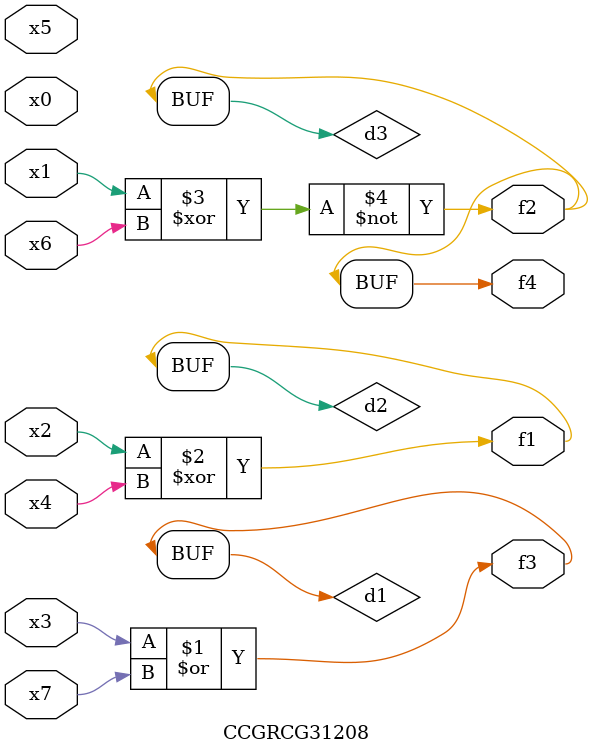
<source format=v>
module CCGRCG31208(
	input x0, x1, x2, x3, x4, x5, x6, x7,
	output f1, f2, f3, f4
);

	wire d1, d2, d3;

	or (d1, x3, x7);
	xor (d2, x2, x4);
	xnor (d3, x1, x6);
	assign f1 = d2;
	assign f2 = d3;
	assign f3 = d1;
	assign f4 = d3;
endmodule

</source>
